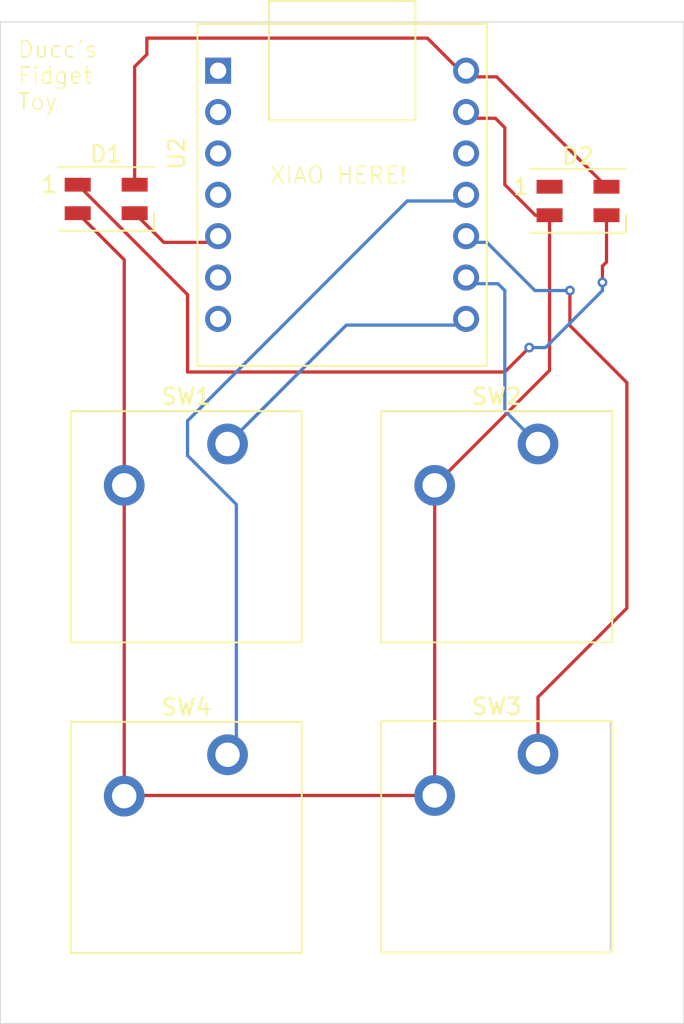
<source format=kicad_pcb>
(kicad_pcb (version 20240108) (generator "pcbnew") (generator_version "8.0")
  (layers (0 "F.Cu" signal) (31 "B.Cu" signal) (34 "B.Paste" user) (35 "F.Paste" user) (36 "B.SilkS" user "B.Silkscreen") (37 "F.SilkS" user "F.Silkscreen") (38 "B.Mask" user) (39 "F.Mask" user) (44 "Edge.Cuts" user))
  (net 0 "")
  (net 1 "Net-(D1-DIN)")
  (net 2 "Net-(D1-DOUT)")
  (net 3 "GND")
  (net 4 "+5V")
  (net 6 "Net-(U2-PB09_A7_D7_RX)")
  (net 7 "Net-(U2-PA7_A8_D8_SCK)")
  (net 8 "Net-(U2-PA5_A9_D9_MISO)")
  (net 9 "Net-(U2-PA6_A10_D10_MOSI)")
  (footprint "LED_SMD:LED_SK6812MINI_PLCC4_3.5x3.5mm_P1.75mm" (layer "F.Cu") (at 95 39.375)
    (property "Reference" "D1" (at 0 -2.75 0) (layer "F.SilkS"))
    (property "Value" "SK6812MINI")
    (fp_line (start -2.95 -1.95) (end 2.95 -1.95) (stroke (width 0.12)) (layer "F.SilkS"))
    (fp_line (start -2.95 1.95) (end 2.95 1.95) (stroke (width 0.12)) (layer "F.SilkS"))
    (fp_line (start 2.95 1.95) (end 2.95 0.875) (stroke (width 0.12)) (layer "F.SilkS"))
    (fp_text user "1" (at -3.5 -0.875 0) (layer "F.SilkS"))
    (pad "1" smd rect (at -1.75 -0.875) (size 1.6 0.85) (layers "F.Cu" "F.Paste" "F.Mask") (net 2 "Net-(D1-DOUT)"))
    (pad "2" smd rect (at -1.75 0.875) (size 1.6 0.85) (layers "F.Cu" "F.Paste" "F.Mask") (net 3 "GND"))
    (pad "3" smd rect (at 1.75 0.875) (size 1.6 0.85) (layers "F.Cu" "F.Paste" "F.Mask") (net 1 "Net-(D1-DIN)"))
    (pad "4" smd rect (at 1.75 -0.875) (size 1.6 0.85) (layers "F.Cu" "F.Paste" "F.Mask") (net 4 "+5V"))
  )
  (footprint "PCM_Switch_Keyboard_Cherry_MX:SW_Cherry_MX_PCB_1.00u" (layer "F.Cu") (at 119 78.54)
    (property "Reference" "SW3" (at 0 -8 0) (layer "F.SilkS"))
    (property "Value" "SW_Push")
    (fp_line (start -7.1 -7.1) (end -7.1 7.1) (stroke (width 0.12)) (layer "F.SilkS"))
    (fp_line (start -7.1 7.1) (end 7.1 7.1) (stroke (width 0.12)) (layer "F.SilkS"))
    (fp_line (start 7.1 -7.1) (end -7.1 -7.1) (stroke (width 0.12)) (layer "F.SilkS"))
    (fp_line (start 7.1 7.1) (end 7.1 -7.1) (stroke (width 0.12)) (layer "F.SilkS"))
    (pad "" np_thru_hole circle (at -5.08 0) (size 1.75 1.75) (drill 1.75) (layers "*.Cu" "*.Mask"))
    (pad "" np_thru_hole circle (at 0 0) (size 4 4) (drill 4) (layers "*.Cu" "*.Mask"))
    (pad "" np_thru_hole circle (at 5.08 0) (size 1.75 1.75) (drill 1.75) (layers "*.Cu" "*.Mask"))
    (pad "1" thru_hole circle (at -3.81 -2.54) (size 2.5 2.5) (drill 1.5) (layers "*.Cu" "*.Mask") (net 3 "GND"))
    (pad "2" thru_hole circle (at 2.54 -5.08) (size 2.5 2.5) (drill 1.5) (layers "*.Cu" "*.Mask") (net 8 "Net-(U2-PA5_A9_D9_MISO)"))
  )
  (footprint "PCM_Switch_Keyboard_Cherry_MX:SW_Cherry_MX_PCB_1.00u" (layer "F.Cu") (at 119 59.5)
    (property "Reference" "SW2" (at 0 -8 0) (layer "F.SilkS"))
    (property "Value" "SW_Push")
    (fp_line (start -7.1 -7.1) (end -7.1 7.1) (stroke (width 0.12)) (layer "F.SilkS"))
    (fp_line (start -7.1 7.1) (end 7.1 7.1) (stroke (width 0.12)) (layer "F.SilkS"))
    (fp_line (start 7.1 -7.1) (end -7.1 -7.1) (stroke (width 0.12)) (layer "F.SilkS"))
    (fp_line (start 7.1 7.1) (end 7.1 -7.1) (stroke (width 0.12)) (layer "F.SilkS"))
    (pad "" np_thru_hole circle (at -5.08 0) (size 1.75 1.75) (drill 1.75) (layers "*.Cu" "*.Mask"))
    (pad "" np_thru_hole circle (at 0 0) (size 4 4) (drill 4) (layers "*.Cu" "*.Mask"))
    (pad "" np_thru_hole circle (at 5.08 0) (size 1.75 1.75) (drill 1.75) (layers "*.Cu" "*.Mask"))
    (pad "1" thru_hole circle (at -3.81 -2.54) (size 2.5 2.5) (drill 1.5) (layers "*.Cu" "*.Mask") (net 3 "GND"))
    (pad "2" thru_hole circle (at 2.54 -5.08) (size 2.5 2.5) (drill 1.5) (layers "*.Cu" "*.Mask") (net 7 "Net-(U2-PA7_A8_D8_SCK)"))
  )
  (footprint "LED_SMD:LED_SK6812MINI_PLCC4_3.5x3.5mm_P1.75mm" (layer "F.Cu") (at 124 39.5)
    (property "Reference" "D2" (at 0 -2.75 0) (layer "F.SilkS"))
    (property "Value" "SK6812MINI")
    (fp_line (start -2.95 -1.95) (end 2.95 -1.95) (stroke (width 0.12)) (layer "F.SilkS"))
    (fp_line (start -2.95 1.95) (end 2.95 1.95) (stroke (width 0.12)) (layer "F.SilkS"))
    (fp_line (start 2.95 1.95) (end 2.95 0.875) (stroke (width 0.12)) (layer "F.SilkS"))
    (fp_text user "1" (at -3.5 -0.875 0) (layer "F.SilkS"))
    (pad "1" smd rect (at -1.75 -0.875) (size 1.6 0.85) (layers "F.Cu" "F.Paste" "F.Mask"))
    (pad "2" smd rect (at -1.75 0.875) (size 1.6 0.85) (layers "F.Cu" "F.Paste" "F.Mask") (net 3 "GND"))
    (pad "3" smd rect (at 1.75 0.875) (size 1.6 0.85) (layers "F.Cu" "F.Paste" "F.Mask") (net 2 "Net-(D1-DOUT)"))
    (pad "4" smd rect (at 1.75 -0.875) (size 1.6 0.85) (layers "F.Cu" "F.Paste" "F.Mask") (net 4 "+5V"))
  )
  (footprint "xiao:MOUDLE14P-2.54-21X17.8MM" (layer "F.Cu") (at 109.5 39.12 90)
    (property "Reference" "U2" (at 2.54 -10.16 90) (layer "F.SilkS"))
    (property "Value" "MOUDLE-SEEEDUINO-XIAO" (hide yes))
    (fp_rect (start -10.5 -8.89) (end 10.5 8.89) (stroke (width 0.12)) (fill none) (layer "F.SilkS"))
    (fp_rect (start 4.57 -4.5) (end 11.9 4.5) (stroke (width 0.12)) (fill none) (layer "F.SilkS"))
    (pad "1" thru_hole rect (at 7.62 -7.62 90) (size 1.6 1.6) (drill 1) (layers "*.Cu" "*.Mask"))
    (pad "2" thru_hole circle (at 5.08 -7.62 90) (size 1.6 1.6) (drill 1) (layers "*.Cu" "*.Mask"))
    (pad "3" thru_hole circle (at 2.54 -7.62 90) (size 1.6 1.6) (drill 1) (layers "*.Cu" "*.Mask"))
    (pad "4" thru_hole circle (at 0 -7.62 90) (size 1.6 1.6) (drill 1) (layers "*.Cu" "*.Mask"))
    (pad "5" thru_hole circle (at -2.54 -7.62 90) (size 1.6 1.6) (drill 1) (layers "*.Cu" "*.Mask") (net 1 "Net-(D1-DIN)"))
    (pad "6" thru_hole circle (at -5.08 -7.62 90) (size 1.6 1.6) (drill 1) (layers "*.Cu" "*.Mask"))
    (pad "7" thru_hole circle (at -7.62 -7.62 90) (size 1.6 1.6) (drill 1) (layers "*.Cu" "*.Mask"))
    (pad "8" thru_hole circle (at -7.62 7.62 90) (size 1.6 1.6) (drill 1) (layers "*.Cu" "*.Mask") (net 6 "Net-(U2-PB09_A7_D7_RX)"))
    (pad "9" thru_hole circle (at -5.08 7.62 90) (size 1.6 1.6) (drill 1) (layers "*.Cu" "*.Mask") (net 7 "Net-(U2-PA7_A8_D8_SCK)"))
    (pad "10" thru_hole circle (at -2.54 7.62 90) (size 1.6 1.6) (drill 1) (layers "*.Cu" "*.Mask") (net 8 "Net-(U2-PA5_A9_D9_MISO)"))
    (pad "11" thru_hole circle (at 0 7.62 90) (size 1.6 1.6) (drill 1) (layers "*.Cu" "*.Mask") (net 9 "Net-(U2-PA6_A10_D10_MOSI)"))
    (pad "12" thru_hole circle (at 2.54 7.62 90) (size 1.6 1.6) (drill 1) (layers "*.Cu" "*.Mask"))
    (pad "13" thru_hole circle (at 5.08 7.62 90) (size 1.6 1.6) (drill 1) (layers "*.Cu" "*.Mask") (net 3 "GND"))
    (pad "14" thru_hole circle (at 7.62 7.62 90) (size 1.6 1.6) (drill 1) (layers "*.Cu" "*.Mask") (net 4 "+5V"))
  )
  (footprint "PCM_Switch_Keyboard_Cherry_MX:SW_Cherry_MX_PCB_1.00u" (layer "F.Cu") (at 99.92 78.58)
    (property "Reference" "SW4" (at 0 -8 0) (layer "F.SilkS"))
    (property "Value" "SW_Push")
    (fp_line (start -7.1 -7.1) (end -7.1 7.1) (stroke (width 0.12)) (layer "F.SilkS"))
    (fp_line (start -7.1 7.1) (end 7.1 7.1) (stroke (width 0.12)) (layer "F.SilkS"))
    (fp_line (start 7.1 -7.1) (end -7.1 -7.1) (stroke (width 0.12)) (layer "F.SilkS"))
    (fp_line (start 7.1 7.1) (end 7.1 -7.1) (stroke (width 0.12)) (layer "F.SilkS"))
    (pad "" np_thru_hole circle (at -5.08 0) (size 1.75 1.75) (drill 1.75) (layers "*.Cu" "*.Mask"))
    (pad "" np_thru_hole circle (at 0 0) (size 4 4) (drill 4) (layers "*.Cu" "*.Mask"))
    (pad "" np_thru_hole circle (at 5.08 0) (size 1.75 1.75) (drill 1.75) (layers "*.Cu" "*.Mask"))
    (pad "1" thru_hole circle (at -3.81 -2.54) (size 2.5 2.5) (drill 1.5) (layers "*.Cu" "*.Mask") (net 3 "GND"))
    (pad "2" thru_hole circle (at 2.54 -5.08) (size 2.5 2.5) (drill 1.5) (layers "*.Cu" "*.Mask") (net 9 "Net-(U2-PA6_A10_D10_MOSI)"))
  )
  (footprint "PCM_Switch_Keyboard_Cherry_MX:SW_Cherry_MX_PCB_1.00u" (layer "F.Cu") (at 99.92 59.5)
    (property "Reference" "SW1" (at 0 -8 0) (layer "F.SilkS"))
    (property "Value" "SW_Push")
    (fp_line (start -7.1 -7.1) (end -7.1 7.1) (stroke (width 0.12)) (layer "F.SilkS"))
    (fp_line (start -7.1 7.1) (end 7.1 7.1) (stroke (width 0.12)) (layer "F.SilkS"))
    (fp_line (start 7.1 -7.1) (end -7.1 -7.1) (stroke (width 0.12)) (layer "F.SilkS"))
    (fp_line (start 7.1 7.1) (end 7.1 -7.1) (stroke (width 0.12)) (layer "F.SilkS"))
    (pad "" np_thru_hole circle (at -5.08 0) (size 1.75 1.75) (drill 1.75) (layers "*.Cu" "*.Mask"))
    (pad "" np_thru_hole circle (at 0 0) (size 4 4) (drill 4) (layers "*.Cu" "*.Mask"))
    (pad "" np_thru_hole circle (at 5.08 0) (size 1.75 1.75) (drill 1.75) (layers "*.Cu" "*.Mask"))
    (pad "1" thru_hole circle (at -3.81 -2.54) (size 2.5 2.5) (drill 1.5) (layers "*.Cu" "*.Mask") (net 3 "GND"))
    (pad "2" thru_hole circle (at 2.54 -5.08) (size 2.5 2.5) (drill 1.5) (layers "*.Cu" "*.Mask") (net 6 "Net-(U2-PB09_A7_D7_RX)"))
  )
  (gr_rect (start 88.5 28.5) (end 130.5 90) (stroke (width 0.05)) (fill none) (layer "Edge.Cuts"))
  (gr_rect (start 125.9746 71.5) (end 126 85.5) (stroke (width 0.05)) (fill none) (layer "Edge.Cuts"))
  (gr_text "Ducc's \nFidget\nToy" (at 89.5 34 0) (layer "F.SilkS") (effects (font (size 1 1) (thickness 0.1)) (justify left bottom)))
  (gr_text "XIAO HERE!" (at 105 38.5 0) (layer "F.SilkS") (effects (font (size 1 1) (thickness 0.1)) (justify left bottom)))
  (segment (start 101.88 42.04) (end 98.54 42.04) (width 0.2) (layer "F.Cu") (net 1))
  (segment (start 98.54 42.04) (end 96.75 40.25) (width 0.2) (layer "F.Cu") (net 1))
  (segment (start 93.25 38.5) (end 100 45.25) (width 0.2) (layer "F.Cu") (net 2))
  (segment (start 119.5 50) (end 121 48.5) (width 0.2) (layer "F.Cu") (net 2))
  (segment (start 100 45.25) (end 100 50) (width 0.2) (layer "F.Cu") (net 2))
  (segment (start 125.5 44.5) (end 125.5 43.5) (width 0.2) (layer "F.Cu") (net 2))
  (segment (start 100 50) (end 119.5 50) (width 0.2) (layer "F.Cu") (net 2))
  (segment (start 125.5 43.5) (end 125.75 43.25) (width 0.2) (layer "F.Cu") (net 2))
  (segment (start 125.75 43.25) (end 125.75 40.375) (width 0.2) (layer "F.Cu") (net 2))
  (via (at 121 48.5) (size 0.6) (drill 0.3) (layers "F.Cu" "B.Cu") (net 2))
  (via (at 125.5 44.5) (size 0.6) (drill 0.3) (layers "F.Cu" "B.Cu") (net 2))
  (segment (start 121 48.5) (end 122 48.5) (width 0.2) (layer "B.Cu") (net 2))
  (segment (start 122 48.5) (end 125.5 45) (width 0.2) (layer "B.Cu") (net 2))
  (segment (start 125.5 45) (end 125.5 44.5) (width 0.2) (layer "B.Cu") (net 2))
  (segment (start 96.11 56.96) (end 96.11 43.11) (width 0.2) (layer "F.Cu") (net 3))
  (segment (start 96.11 76.04) (end 96.11 56.96) (width 0.2) (layer "F.Cu") (net 3))
  (segment (start 96.15 76) (end 96.11 76.04) (width 0.2) (layer "F.Cu") (net 3))
  (segment (start 119.5 35) (end 119.5 38.5) (width 0.2) (layer "F.Cu") (net 3))
  (segment (start 117.12 34.42) (end 118.92 34.42) (width 0.2) (layer "F.Cu") (net 3))
  (segment (start 119.5 38.5) (end 121.375 40.375) (width 0.2) (layer "F.Cu") (net 3))
  (segment (start 122.25 49.9) (end 115.19 56.96) (width 0.2) (layer "F.Cu") (net 3))
  (segment (start 115.19 76) (end 96.15 76) (width 0.2) (layer "F.Cu") (net 3))
  (segment (start 96.11 43.11) (end 93.25 40.25) (width 0.2) (layer "F.Cu") (net 3))
  (segment (start 122.25 40.375) (end 122.25 49.9) (width 0.2) (layer "F.Cu") (net 3))
  (segment (start 121.375 40.375) (end 122.25 40.375) (width 0.2) (layer "F.Cu") (net 3))
  (segment (start 115.19 56.96) (end 115.19 76) (width 0.2) (layer "F.Cu") (net 3))
  (segment (start 118.92 34.42) (end 119.5 35) (width 0.2) (layer "F.Cu") (net 3))
  (segment (start 97.5 29.5) (end 97.5 30.5) (width 0.2) (layer "F.Cu") (net 4))
  (segment (start 119.005 31.88) (end 125.75 38.625) (width 0.2) (layer "F.Cu") (net 4))
  (segment (start 117.12 31.88) (end 114.74 29.5) (width 0.2) (layer "F.Cu") (net 4))
  (segment (start 114.74 29.5) (end 97.5 29.5) (width 0.2) (layer "F.Cu") (net 4))
  (segment (start 117.12 31.88) (end 119.005 31.88) (width 0.2) (layer "F.Cu") (net 4))
  (segment (start 96.75 31.25) (end 96.75 38.5) (width 0.2) (layer "F.Cu") (net 4))
  (segment (start 97.5 30.5) (end 96.75 31.25) (width 0.2) (layer "F.Cu") (net 4))
  (segment (start 117.12 47.12) (end 109.76 47.12) (width 0.2) (layer "B.Cu") (net 6))
  (segment (start 109.76 47.12) (end 102.46 54.42) (width 0.2) (layer "B.Cu") (net 6))
  (segment (start 119.08 44.58) (end 119.5 45) (width 0.2) (layer "B.Cu") (net 7))
  (segment (start 119.5 45) (end 119.5 52.38) (width 0.2) (layer "B.Cu") (net 7))
  (segment (start 119.5 52.38) (end 121.54 54.42) (width 0.2) (layer "B.Cu") (net 7))
  (segment (start 117.12 44.58) (end 119.08 44.58) (width 0.2) (layer "B.Cu") (net 7))
  (segment (start 127 64.5) (end 121.54 69.96) (width 0.2) (layer "F.Cu") (net 8))
  (segment (start 121.54 69.96) (end 121.54 73.46) (width 0.2) (layer "F.Cu") (net 8))
  (segment (start 127 50.65) (end 127 64.5) (width 0.2) (layer "F.Cu") (net 8))
  (segment (start 123.5 47.15) (end 127 50.65) (width 0.2) (layer "F.Cu") (net 8))
  (segment (start 123.5 45) (end 123.5 47.15) (width 0.2) (layer "F.Cu") (net 8))
  (via (at 123.5 45) (size 0.6) (drill 0.3) (layers "F.Cu" "B.Cu") (net 8))
  (segment (start 118.39 42.04) (end 117.12 42.04) (width 0.2) (layer "B.Cu") (net 8))
  (segment (start 123.5 45) (end 121.35 45) (width 0.2) (layer "B.Cu") (net 8))
  (segment (start 121.35 45) (end 118.39 42.04) (width 0.2) (layer "B.Cu") (net 8))
  (segment (start 117.12 39.5) (end 113.5 39.5) (width 0.2) (layer "B.Cu") (net 9))
  (segment (start 103 58.128299) (end 103 72.96) (width 0.2) (layer "B.Cu") (net 9))
  (segment (start 103 72.96) (end 102.46 73.5) (width 0.2) (layer "B.Cu") (net 9))
  (segment (start 113.5 39.5) (end 100 53) (width 0.2) (layer "B.Cu") (net 9))
  (segment (start 100 53) (end 100 55.128299) (width 0.2) (layer "B.Cu") (net 9))
  (segment (start 100 55.128299) (end 103 58.128299) (width 0.2) (layer "B.Cu") (net 9))
)
</source>
